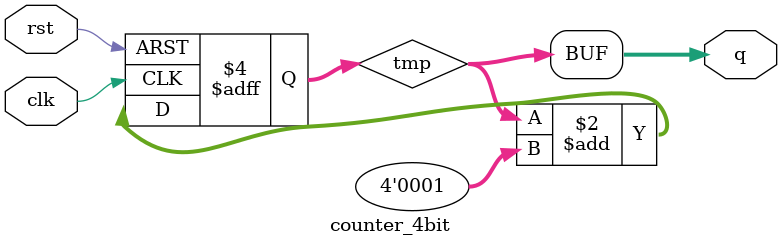
<source format=v>
`timescale 1ns / 1ps


module counter_4bit(clk, rst,q);
input clk, rst;
output signed [3:0] q;
reg signed [3:0] tmp = 0;

always @(posedge clk or posedge rst)
begin
 if(rst)
  tmp <= 4'b0000;
 else 
  tmp <= tmp + 4'b0001;

end
assign q = tmp;

endmodule

</source>
